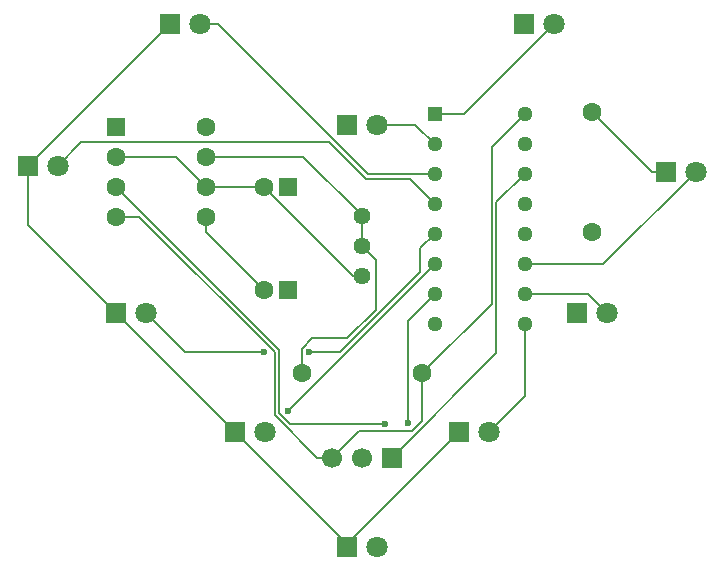
<source format=gtl>
%TF.GenerationSoftware,KiCad,Pcbnew,9.0.6*%
%TF.CreationDate,2025-12-23T16:05:41-08:00*%
%TF.ProjectId,LED Chaser,4c454420-4368-4617-9365-722e6b696361,rev?*%
%TF.SameCoordinates,Original*%
%TF.FileFunction,Copper,L1,Top*%
%TF.FilePolarity,Positive*%
%FSLAX46Y46*%
G04 Gerber Fmt 4.6, Leading zero omitted, Abs format (unit mm)*
G04 Created by KiCad (PCBNEW 9.0.6) date 2025-12-23 16:05:41*
%MOMM*%
%LPD*%
G01*
G04 APERTURE LIST*
G04 Aperture macros list*
%AMRoundRect*
0 Rectangle with rounded corners*
0 $1 Rounding radius*
0 $2 $3 $4 $5 $6 $7 $8 $9 X,Y pos of 4 corners*
0 Add a 4 corners polygon primitive as box body*
4,1,4,$2,$3,$4,$5,$6,$7,$8,$9,$2,$3,0*
0 Add four circle primitives for the rounded corners*
1,1,$1+$1,$2,$3*
1,1,$1+$1,$4,$5*
1,1,$1+$1,$6,$7*
1,1,$1+$1,$8,$9*
0 Add four rect primitives between the rounded corners*
20,1,$1+$1,$2,$3,$4,$5,0*
20,1,$1+$1,$4,$5,$6,$7,0*
20,1,$1+$1,$6,$7,$8,$9,0*
20,1,$1+$1,$8,$9,$2,$3,0*%
G04 Aperture macros list end*
%TA.AperFunction,ComponentPad*%
%ADD10R,1.800000X1.800000*%
%TD*%
%TA.AperFunction,ComponentPad*%
%ADD11C,1.800000*%
%TD*%
%TA.AperFunction,ComponentPad*%
%ADD12RoundRect,0.250000X0.550000X0.550000X-0.550000X0.550000X-0.550000X-0.550000X0.550000X-0.550000X0*%
%TD*%
%TA.AperFunction,ComponentPad*%
%ADD13C,1.600000*%
%TD*%
%TA.AperFunction,ComponentPad*%
%ADD14RoundRect,0.250000X-0.550000X-0.550000X0.550000X-0.550000X0.550000X0.550000X-0.550000X0.550000X0*%
%TD*%
%TA.AperFunction,ComponentPad*%
%ADD15R,1.295400X1.295400*%
%TD*%
%TA.AperFunction,ComponentPad*%
%ADD16C,1.295400*%
%TD*%
%TA.AperFunction,ComponentPad*%
%ADD17C,1.440000*%
%TD*%
%TA.AperFunction,ComponentPad*%
%ADD18R,1.700000X1.700000*%
%TD*%
%TA.AperFunction,ComponentPad*%
%ADD19C,1.700000*%
%TD*%
%TA.AperFunction,ViaPad*%
%ADD20C,0.600000*%
%TD*%
%TA.AperFunction,Conductor*%
%ADD21C,0.200000*%
%TD*%
G04 APERTURE END LIST*
D10*
%TO.P,D10,1,K*%
%TO.N,Net-(D1-K)*%
X175730000Y-56000000D03*
D11*
%TO.P,D10,2,A*%
%TO.N,Net-(D10-A)*%
X178270000Y-56000000D03*
%TD*%
D10*
%TO.P,D3,1,K*%
%TO.N,Net-(D1-K)*%
X121730000Y-55500000D03*
D11*
%TO.P,D3,2,A*%
%TO.N,Net-(D3-A)*%
X124270000Y-55500000D03*
%TD*%
D10*
%TO.P,D4,1,K*%
%TO.N,Net-(D1-K)*%
X148730000Y-87750000D03*
D11*
%TO.P,D4,2,A*%
%TO.N,Net-(D4-A)*%
X151270000Y-87750000D03*
%TD*%
D12*
%TO.P,C2,1*%
%TO.N,GND*%
X143750000Y-57250000D03*
D13*
%TO.P,C2,2*%
%TO.N,TR*%
X141750000Y-57250000D03*
%TD*%
%TO.P,R2,1*%
%TO.N,Net-(D1-K)*%
X169500000Y-50920000D03*
%TO.P,R2,2*%
%TO.N,GND*%
X169500000Y-61080000D03*
%TD*%
%TO.P,R1,1*%
%TO.N,+5V*%
X155080000Y-73080000D03*
%TO.P,R1,2*%
%TO.N,Net-(U1-DIS)*%
X144920000Y-73080000D03*
%TD*%
D10*
%TO.P,D9,1,K*%
%TO.N,Net-(D1-K)*%
X158230000Y-78000000D03*
D11*
%TO.P,D9,2,A*%
%TO.N,Net-(D9-A)*%
X160770000Y-78000000D03*
%TD*%
D10*
%TO.P,D8,1,K*%
%TO.N,Net-(D1-K)*%
X139230000Y-78000000D03*
D11*
%TO.P,D8,2,A*%
%TO.N,Net-(D8-A)*%
X141770000Y-78000000D03*
%TD*%
D10*
%TO.P,D7,1,K*%
%TO.N,Net-(D1-K)*%
X129230000Y-68000000D03*
D11*
%TO.P,D7,2,A*%
%TO.N,Net-(D7-A)*%
X131770000Y-68000000D03*
%TD*%
D10*
%TO.P,D2,1,K*%
%TO.N,Net-(D1-K)*%
X148730000Y-52000000D03*
D11*
%TO.P,D2,2,A*%
%TO.N,Net-(D2-A)*%
X151270000Y-52000000D03*
%TD*%
D14*
%TO.P,U1,1,GND*%
%TO.N,GND*%
X129195000Y-52190000D03*
D13*
%TO.P,U1,2,TR*%
%TO.N,TR*%
X129195000Y-54730000D03*
%TO.P,U1,3,Q*%
%TO.N,OUT*%
X129195000Y-57270000D03*
%TO.P,U1,4,R*%
%TO.N,+5V*%
X129195000Y-59810000D03*
%TO.P,U1,5,CV*%
%TO.N,Net-(U1-CV)*%
X136815000Y-59810000D03*
%TO.P,U1,6,THR*%
%TO.N,TR*%
X136815000Y-57270000D03*
%TO.P,U1,7,DIS*%
%TO.N,Net-(U1-DIS)*%
X136815000Y-54730000D03*
%TO.P,U1,8,VCC*%
%TO.N,+5V*%
X136815000Y-52190000D03*
%TD*%
D15*
%TO.P,U2,1,Q5*%
%TO.N,Net-(D6-A)*%
X156190000Y-51110000D03*
D16*
%TO.P,U2,2,Q1*%
%TO.N,Net-(D2-A)*%
X156190000Y-53650000D03*
%TO.P,U2,3,Q0*%
%TO.N,Net-(D1-A)*%
X156190000Y-56190000D03*
%TO.P,U2,4,Q2*%
%TO.N,Net-(D3-A)*%
X156190000Y-58730000D03*
%TO.P,U2,5,Q6*%
%TO.N,Net-(D7-A)*%
X156190000Y-61270000D03*
%TO.P,U2,6,Q7*%
%TO.N,Net-(D8-A)*%
X156190000Y-63810000D03*
%TO.P,U2,7,Q3*%
%TO.N,Net-(D4-A)*%
X156190000Y-66350000D03*
%TO.P,U2,8,VSS*%
%TO.N,GND*%
X156190000Y-68890000D03*
%TO.P,U2,9,Q8*%
%TO.N,Net-(D9-A)*%
X163810000Y-68890000D03*
%TO.P,U2,10,Q4*%
%TO.N,Net-(D5-A)*%
X163810000Y-66350000D03*
%TO.P,U2,11,Q9*%
%TO.N,Net-(D10-A)*%
X163810000Y-63810000D03*
%TO.P,U2,12,Cout*%
%TO.N,unconnected-(U2-Cout-Pad12)*%
X163810000Y-61270000D03*
%TO.P,U2,13,CKEN*%
%TO.N,GND*%
X163810000Y-58730000D03*
%TO.P,U2,14,CLK*%
%TO.N,OUT*%
X163810000Y-56190000D03*
%TO.P,U2,15,Reset*%
%TO.N,GND*%
X163810000Y-53650000D03*
%TO.P,U2,16,VDD*%
%TO.N,+5V*%
X163810000Y-51110000D03*
%TD*%
D17*
%TO.P,RV1,1,1*%
%TO.N,Net-(U1-DIS)*%
X150000000Y-59710000D03*
%TO.P,RV1,2,2*%
X150000000Y-62250000D03*
%TO.P,RV1,3,3*%
%TO.N,TR*%
X150000000Y-64790000D03*
%TD*%
D10*
%TO.P,D5,1,K*%
%TO.N,Net-(D1-K)*%
X168230000Y-68000000D03*
D11*
%TO.P,D5,2,A*%
%TO.N,Net-(D5-A)*%
X170770000Y-68000000D03*
%TD*%
D12*
%TO.P,C1,1*%
%TO.N,GND*%
X143750000Y-66000000D03*
D13*
%TO.P,C1,2*%
%TO.N,Net-(U1-CV)*%
X141750000Y-66000000D03*
%TD*%
D10*
%TO.P,D1,1,K*%
%TO.N,Net-(D1-K)*%
X133730000Y-43500000D03*
D11*
%TO.P,D1,2,A*%
%TO.N,Net-(D1-A)*%
X136270000Y-43500000D03*
%TD*%
D10*
%TO.P,D6,1,K*%
%TO.N,Net-(D1-K)*%
X163730000Y-43500000D03*
D11*
%TO.P,D6,2,A*%
%TO.N,Net-(D6-A)*%
X166270000Y-43500000D03*
%TD*%
D18*
%TO.P,J1,1,Pin_1*%
%TO.N,OUT*%
X152555000Y-80225000D03*
D19*
%TO.P,J1,2,Pin_2*%
%TO.N,GND*%
X150015000Y-80225000D03*
%TO.P,J1,3,Pin_3*%
%TO.N,+5V*%
X147475000Y-80225000D03*
%TD*%
D20*
%TO.N,Net-(D4-A)*%
X153900000Y-77300000D03*
%TO.N,Net-(D7-A)*%
X145520000Y-71250000D03*
X141750000Y-71250000D03*
%TO.N,Net-(D8-A)*%
X143750000Y-76250000D03*
%TO.N,OUT*%
X152000000Y-77356450D03*
%TD*%
D21*
%TO.N,Net-(U1-CV)*%
X136815000Y-59810000D02*
X136815000Y-61065000D01*
X136815000Y-61065000D02*
X141750000Y-66000000D01*
%TO.N,TR*%
X136815000Y-57270000D02*
X141730000Y-57270000D01*
X141750000Y-57250000D02*
X149290000Y-64790000D01*
X134275000Y-54730000D02*
X136815000Y-57270000D01*
X129195000Y-54730000D02*
X134275000Y-54730000D01*
X150000000Y-64790000D02*
X149290000Y-64790000D01*
X141730000Y-57270000D02*
X141750000Y-57250000D01*
%TO.N,Net-(D1-A)*%
X156190000Y-56190000D02*
X150518000Y-56190000D01*
X137828000Y-43500000D02*
X136270000Y-43500000D01*
X137828000Y-43500000D02*
X150518000Y-56190000D01*
%TO.N,Net-(D1-K)*%
X174580000Y-56000000D02*
X169500000Y-50920000D01*
X148730000Y-87750000D02*
X148730000Y-87500000D01*
X175730000Y-56000000D02*
X174580000Y-56000000D01*
X133730000Y-43500000D02*
X121730000Y-55500000D01*
X121730000Y-55500000D02*
X121730000Y-60500000D01*
X129230000Y-68000000D02*
X139230000Y-78000000D01*
X121730000Y-60500000D02*
X129230000Y-68000000D01*
X148730000Y-87500000D02*
X158230000Y-78000000D01*
X148730000Y-87500000D02*
X139230000Y-78000000D01*
%TO.N,Net-(D2-A)*%
X151270000Y-52000000D02*
X154540000Y-52000000D01*
X154540000Y-52000000D02*
X156190000Y-53650000D01*
%TO.N,Net-(D3-A)*%
X147260900Y-53500000D02*
X150351900Y-56591000D01*
X124270000Y-55500000D02*
X126270000Y-53500000D01*
X156190000Y-58730000D02*
X154051000Y-56591000D01*
X150351900Y-56591000D02*
X154051000Y-56591000D01*
X126270000Y-53500000D02*
X147260900Y-53500000D01*
%TO.N,Net-(D4-A)*%
X153900000Y-77300000D02*
X153900000Y-68640000D01*
X153900000Y-68640000D02*
X156190000Y-66350000D01*
%TO.N,Net-(D5-A)*%
X169120000Y-66350000D02*
X170770000Y-68000000D01*
X163810000Y-66350000D02*
X169120000Y-66350000D01*
%TO.N,Net-(D6-A)*%
X166270000Y-43500000D02*
X158660000Y-51110000D01*
X158660000Y-51110000D02*
X156190000Y-51110000D01*
%TO.N,Net-(D7-A)*%
X148182900Y-71250000D02*
X145520000Y-71250000D01*
X154966450Y-62493550D02*
X154966450Y-64466450D01*
X135020000Y-71250000D02*
X131770000Y-68000000D01*
X148182900Y-71250000D02*
X154966450Y-64466450D01*
X141750000Y-71250000D02*
X135020000Y-71250000D01*
X156190000Y-61270000D02*
X154966450Y-62493550D01*
%TO.N,Net-(D8-A)*%
X143750000Y-76250000D02*
X156190000Y-63810000D01*
%TO.N,Net-(D9-A)*%
X163810000Y-74960000D02*
X160770000Y-78000000D01*
X163810000Y-68890000D02*
X163810000Y-74960000D01*
%TO.N,Net-(D10-A)*%
X170460000Y-63810000D02*
X178270000Y-56000000D01*
X163810000Y-63810000D02*
X170460000Y-63810000D01*
%TO.N,+5V*%
X161000000Y-67160000D02*
X161000000Y-53920000D01*
X149743550Y-77956450D02*
X147475000Y-80225000D01*
X146250000Y-80250000D02*
X147450000Y-80250000D01*
X161000000Y-53920000D02*
X163810000Y-51110000D01*
X129195000Y-59810000D02*
X131167900Y-59810000D01*
X142625000Y-76625000D02*
X146250000Y-80250000D01*
X155080000Y-77132900D02*
X154256450Y-77956450D01*
X131167900Y-59810000D02*
X142625000Y-71267100D01*
X142625000Y-71267100D02*
X142625000Y-76625000D01*
X155080000Y-73080000D02*
X161000000Y-67160000D01*
X147450000Y-80250000D02*
X147475000Y-80225000D01*
X154256450Y-77956450D02*
X149743550Y-77956450D01*
X155080000Y-73080000D02*
X155080000Y-77132900D01*
%TO.N,OUT*%
X161401000Y-58599000D02*
X163810000Y-56190000D01*
X143033550Y-76466450D02*
X143033550Y-71108550D01*
X152555000Y-80225000D02*
X161401000Y-71379000D01*
X143033550Y-71108550D02*
X129195000Y-57270000D01*
X161401000Y-71379000D02*
X161401000Y-58599000D01*
X143923550Y-77356450D02*
X143033550Y-76466450D01*
X152000000Y-77356450D02*
X143923550Y-77356450D01*
%TO.N,Net-(U1-DIS)*%
X150000000Y-62250000D02*
X151182900Y-63432900D01*
X151182900Y-63432900D02*
X151182900Y-67682900D01*
X150000000Y-59700000D02*
X145030000Y-54730000D01*
X144920000Y-71000057D02*
X145804257Y-70115800D01*
X148750000Y-70115800D02*
X151182900Y-67682900D01*
X145804257Y-70115800D02*
X148750000Y-70115800D01*
X145030000Y-54730000D02*
X136815000Y-54730000D01*
X150000000Y-59710000D02*
X150000000Y-62250000D01*
X144920000Y-73080000D02*
X144920000Y-71000057D01*
X150000000Y-59710000D02*
X150000000Y-59700000D01*
%TD*%
M02*

</source>
